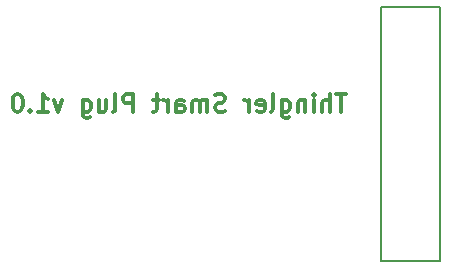
<source format=gbr>
G04 #@! TF.GenerationSoftware,KiCad,Pcbnew,(5.1.4-0-10_14)*
G04 #@! TF.CreationDate,2021-06-10T11:06:10+03:00*
G04 #@! TF.ProjectId,smart-plug,736d6172-742d-4706-9c75-672e6b696361,rev?*
G04 #@! TF.SameCoordinates,Original*
G04 #@! TF.FileFunction,Legend,Bot*
G04 #@! TF.FilePolarity,Positive*
%FSLAX46Y46*%
G04 Gerber Fmt 4.6, Leading zero omitted, Abs format (unit mm)*
G04 Created by KiCad (PCBNEW (5.1.4-0-10_14)) date 2021-06-10 11:06:10*
%MOMM*%
%LPD*%
G04 APERTURE LIST*
%ADD10C,0.300000*%
%ADD11C,0.150000*%
G04 APERTURE END LIST*
D10*
X190278571Y-89478571D02*
X189421428Y-89478571D01*
X189850000Y-90978571D02*
X189850000Y-89478571D01*
X188921428Y-90978571D02*
X188921428Y-89478571D01*
X188278571Y-90978571D02*
X188278571Y-90192857D01*
X188350000Y-90050000D01*
X188492857Y-89978571D01*
X188707142Y-89978571D01*
X188850000Y-90050000D01*
X188921428Y-90121428D01*
X187564285Y-90978571D02*
X187564285Y-89978571D01*
X187564285Y-89478571D02*
X187635714Y-89550000D01*
X187564285Y-89621428D01*
X187492857Y-89550000D01*
X187564285Y-89478571D01*
X187564285Y-89621428D01*
X186850000Y-89978571D02*
X186850000Y-90978571D01*
X186850000Y-90121428D02*
X186778571Y-90050000D01*
X186635714Y-89978571D01*
X186421428Y-89978571D01*
X186278571Y-90050000D01*
X186207142Y-90192857D01*
X186207142Y-90978571D01*
X184850000Y-89978571D02*
X184850000Y-91192857D01*
X184921428Y-91335714D01*
X184992857Y-91407142D01*
X185135714Y-91478571D01*
X185350000Y-91478571D01*
X185492857Y-91407142D01*
X184850000Y-90907142D02*
X184992857Y-90978571D01*
X185278571Y-90978571D01*
X185421428Y-90907142D01*
X185492857Y-90835714D01*
X185564285Y-90692857D01*
X185564285Y-90264285D01*
X185492857Y-90121428D01*
X185421428Y-90050000D01*
X185278571Y-89978571D01*
X184992857Y-89978571D01*
X184850000Y-90050000D01*
X183921428Y-90978571D02*
X184064285Y-90907142D01*
X184135714Y-90764285D01*
X184135714Y-89478571D01*
X182778571Y-90907142D02*
X182921428Y-90978571D01*
X183207142Y-90978571D01*
X183350000Y-90907142D01*
X183421428Y-90764285D01*
X183421428Y-90192857D01*
X183350000Y-90050000D01*
X183207142Y-89978571D01*
X182921428Y-89978571D01*
X182778571Y-90050000D01*
X182707142Y-90192857D01*
X182707142Y-90335714D01*
X183421428Y-90478571D01*
X182064285Y-90978571D02*
X182064285Y-89978571D01*
X182064285Y-90264285D02*
X181992857Y-90121428D01*
X181921428Y-90050000D01*
X181778571Y-89978571D01*
X181635714Y-89978571D01*
X180064285Y-90907142D02*
X179850000Y-90978571D01*
X179492857Y-90978571D01*
X179350000Y-90907142D01*
X179278571Y-90835714D01*
X179207142Y-90692857D01*
X179207142Y-90550000D01*
X179278571Y-90407142D01*
X179350000Y-90335714D01*
X179492857Y-90264285D01*
X179778571Y-90192857D01*
X179921428Y-90121428D01*
X179992857Y-90050000D01*
X180064285Y-89907142D01*
X180064285Y-89764285D01*
X179992857Y-89621428D01*
X179921428Y-89550000D01*
X179778571Y-89478571D01*
X179421428Y-89478571D01*
X179207142Y-89550000D01*
X178564285Y-90978571D02*
X178564285Y-89978571D01*
X178564285Y-90121428D02*
X178492857Y-90050000D01*
X178350000Y-89978571D01*
X178135714Y-89978571D01*
X177992857Y-90050000D01*
X177921428Y-90192857D01*
X177921428Y-90978571D01*
X177921428Y-90192857D02*
X177850000Y-90050000D01*
X177707142Y-89978571D01*
X177492857Y-89978571D01*
X177350000Y-90050000D01*
X177278571Y-90192857D01*
X177278571Y-90978571D01*
X175921428Y-90978571D02*
X175921428Y-90192857D01*
X175992857Y-90050000D01*
X176135714Y-89978571D01*
X176421428Y-89978571D01*
X176564285Y-90050000D01*
X175921428Y-90907142D02*
X176064285Y-90978571D01*
X176421428Y-90978571D01*
X176564285Y-90907142D01*
X176635714Y-90764285D01*
X176635714Y-90621428D01*
X176564285Y-90478571D01*
X176421428Y-90407142D01*
X176064285Y-90407142D01*
X175921428Y-90335714D01*
X175207142Y-90978571D02*
X175207142Y-89978571D01*
X175207142Y-90264285D02*
X175135714Y-90121428D01*
X175064285Y-90050000D01*
X174921428Y-89978571D01*
X174778571Y-89978571D01*
X174492857Y-89978571D02*
X173921428Y-89978571D01*
X174278571Y-89478571D02*
X174278571Y-90764285D01*
X174207142Y-90907142D01*
X174064285Y-90978571D01*
X173921428Y-90978571D01*
X172278571Y-90978571D02*
X172278571Y-89478571D01*
X171707142Y-89478571D01*
X171564285Y-89550000D01*
X171492857Y-89621428D01*
X171421428Y-89764285D01*
X171421428Y-89978571D01*
X171492857Y-90121428D01*
X171564285Y-90192857D01*
X171707142Y-90264285D01*
X172278571Y-90264285D01*
X170564285Y-90978571D02*
X170707142Y-90907142D01*
X170778571Y-90764285D01*
X170778571Y-89478571D01*
X169350000Y-89978571D02*
X169350000Y-90978571D01*
X169992857Y-89978571D02*
X169992857Y-90764285D01*
X169921428Y-90907142D01*
X169778571Y-90978571D01*
X169564285Y-90978571D01*
X169421428Y-90907142D01*
X169350000Y-90835714D01*
X167992857Y-89978571D02*
X167992857Y-91192857D01*
X168064285Y-91335714D01*
X168135714Y-91407142D01*
X168278571Y-91478571D01*
X168492857Y-91478571D01*
X168635714Y-91407142D01*
X167992857Y-90907142D02*
X168135714Y-90978571D01*
X168421428Y-90978571D01*
X168564285Y-90907142D01*
X168635714Y-90835714D01*
X168707142Y-90692857D01*
X168707142Y-90264285D01*
X168635714Y-90121428D01*
X168564285Y-90050000D01*
X168421428Y-89978571D01*
X168135714Y-89978571D01*
X167992857Y-90050000D01*
X166278571Y-89978571D02*
X165921428Y-90978571D01*
X165564285Y-89978571D01*
X164207142Y-90978571D02*
X165064285Y-90978571D01*
X164635714Y-90978571D02*
X164635714Y-89478571D01*
X164778571Y-89692857D01*
X164921428Y-89835714D01*
X165064285Y-89907142D01*
X163564285Y-90835714D02*
X163492857Y-90907142D01*
X163564285Y-90978571D01*
X163635714Y-90907142D01*
X163564285Y-90835714D01*
X163564285Y-90978571D01*
X162564285Y-89478571D02*
X162421428Y-89478571D01*
X162278571Y-89550000D01*
X162207142Y-89621428D01*
X162135714Y-89764285D01*
X162064285Y-90050000D01*
X162064285Y-90407142D01*
X162135714Y-90692857D01*
X162207142Y-90835714D01*
X162278571Y-90907142D01*
X162421428Y-90978571D01*
X162564285Y-90978571D01*
X162707142Y-90907142D01*
X162778571Y-90835714D01*
X162850000Y-90692857D01*
X162921428Y-90407142D01*
X162921428Y-90050000D01*
X162850000Y-89764285D01*
X162778571Y-89621428D01*
X162707142Y-89550000D01*
X162564285Y-89478571D01*
D11*
X194506000Y-82084000D02*
X193256000Y-82084000D01*
X193256000Y-82084000D02*
X193256000Y-103584000D01*
X193256000Y-103584000D02*
X198256000Y-103584000D01*
X198256000Y-103584000D02*
X198256000Y-82084000D01*
X198256000Y-82084000D02*
X194506000Y-82084000D01*
M02*

</source>
